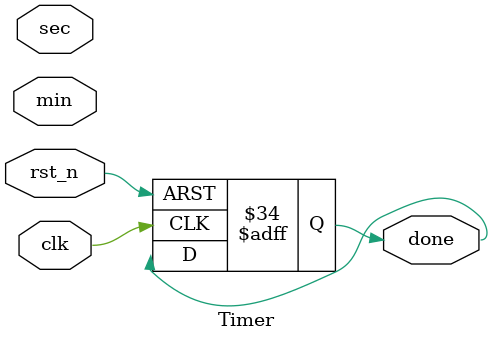
<source format=v>
module Timer(
    input wire clk,      // 50 MHz clock input
    input wire rst_n,    // Active-low synchronous reset
    input wire [5:0] min, // 6-bit input for minutes (0-59)
    input wire [5:0] sec, // 6-bit input for seconds (0-59)
    output reg done      // Output signal indicating timer completion
);

reg [5:0] counter_min; // Counter for minutes
reg [5:0] counter_sec; // Counter for seconds
reg [24:0] clock_counter; // Counter for clock cycles

always @(posedge clk or negedge rst_n) begin
    if (~rst_n) begin
        // Reset on active-low reset signal
        counter_min <= min;
        counter_sec <= sec;
        clock_counter <= 0;
        done <= 1'b0;
    end else begin
        // Increment clock counter on each clock cycle
        clock_counter <= clock_counter + 1;

        // Check if one second has elapsed
        if (clock_counter == 50000000) begin
            // Reset clock counter
            clock_counter <= 0;

            // Count down
            if ((6'b0 == counter_min) && (6'b0 == counter_sec)) begin
                // If target time is reached, set done signal
                done <= 1'b1;
            end else if (counter_sec == 6'b0) begin
                // Decrement minute counter when seconds reach 0
                counter_min <= counter_min - 1;
                counter_sec <= 59;
            end else begin
                // Decrement second counter
                counter_sec <= counter_sec - 1;
            end
        end
    end
end

endmodule

</source>
